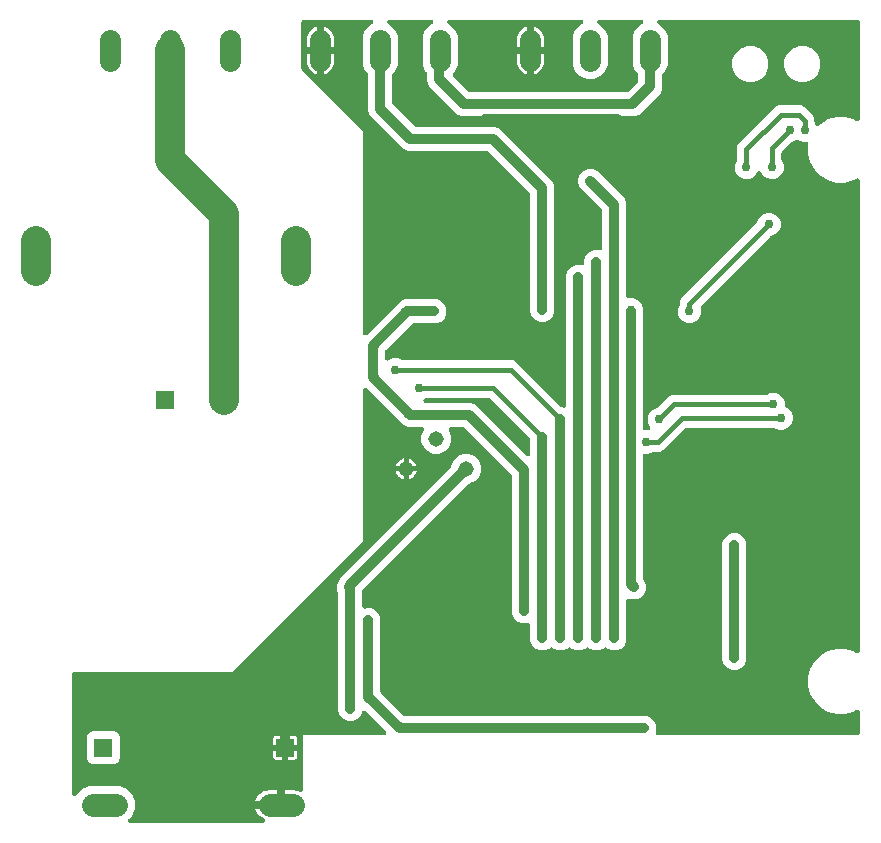
<source format=gbr>
G04 EAGLE Gerber RS-274X export*
G75*
%MOMM*%
%FSLAX34Y34*%
%LPD*%
%INBottom Copper*%
%IPPOS*%
%AMOC8*
5,1,8,0,0,1.08239X$1,22.5*%
G01*
%ADD10C,2.540000*%
%ADD11R,1.524000X1.524000*%
%ADD12C,1.981200*%
%ADD13C,1.790700*%
%ADD14C,1.308000*%
%ADD15C,0.756400*%
%ADD16C,0.812800*%
%ADD17C,0.406400*%

G36*
X228091Y10173D02*
X228091Y10173D01*
X228218Y10176D01*
X228291Y10193D01*
X228366Y10201D01*
X228487Y10238D01*
X228610Y10266D01*
X228679Y10297D01*
X228751Y10319D01*
X228862Y10379D01*
X228978Y10431D01*
X229039Y10475D01*
X229105Y10511D01*
X229202Y10591D01*
X229305Y10665D01*
X229357Y10720D01*
X229415Y10768D01*
X229494Y10867D01*
X229580Y10959D01*
X229620Y11023D01*
X229667Y11082D01*
X229725Y11194D01*
X229791Y11302D01*
X229818Y11372D01*
X229852Y11439D01*
X229887Y11561D01*
X229931Y11679D01*
X229943Y11754D01*
X229964Y11826D01*
X229974Y11952D01*
X229994Y12077D01*
X229991Y12152D01*
X229997Y12228D01*
X229982Y12353D01*
X229977Y12479D01*
X229959Y12553D01*
X229950Y12627D01*
X229911Y12747D01*
X229880Y12870D01*
X229848Y12938D01*
X229825Y13010D01*
X229763Y13120D01*
X229709Y13235D01*
X229664Y13295D01*
X229627Y13361D01*
X229544Y13456D01*
X229469Y13558D01*
X229413Y13608D01*
X229364Y13665D01*
X229264Y13743D01*
X229170Y13828D01*
X229095Y13874D01*
X229046Y13912D01*
X228980Y13945D01*
X228888Y14002D01*
X227410Y14755D01*
X225826Y15906D01*
X224440Y17292D01*
X223289Y18877D01*
X222399Y20622D01*
X221919Y22099D01*
X242570Y22099D01*
X242588Y22100D01*
X242605Y22099D01*
X242788Y22120D01*
X242970Y22139D01*
X242987Y22144D01*
X243005Y22146D01*
X243180Y22203D01*
X243355Y22257D01*
X243371Y22265D01*
X243388Y22271D01*
X243548Y22361D01*
X243709Y22448D01*
X243723Y22460D01*
X243739Y22469D01*
X243878Y22589D01*
X244019Y22706D01*
X244030Y22720D01*
X244043Y22732D01*
X244156Y22877D01*
X244271Y23020D01*
X244279Y23036D01*
X244290Y23050D01*
X244372Y23215D01*
X244456Y23377D01*
X244461Y23394D01*
X244469Y23410D01*
X244517Y23589D01*
X244568Y23764D01*
X244569Y23782D01*
X244574Y23799D01*
X244601Y24130D01*
X244601Y24639D01*
X245110Y24639D01*
X245128Y24641D01*
X245146Y24639D01*
X245328Y24661D01*
X245511Y24679D01*
X245528Y24684D01*
X245545Y24686D01*
X245720Y24743D01*
X245896Y24797D01*
X245911Y24805D01*
X245928Y24811D01*
X246088Y24901D01*
X246250Y24989D01*
X246263Y25000D01*
X246279Y25009D01*
X246418Y25129D01*
X246559Y25247D01*
X246570Y25260D01*
X246584Y25272D01*
X246696Y25417D01*
X246811Y25560D01*
X246819Y25576D01*
X246830Y25590D01*
X246912Y25755D01*
X246997Y25918D01*
X247002Y25935D01*
X247010Y25951D01*
X247057Y26129D01*
X247108Y26304D01*
X247110Y26322D01*
X247114Y26339D01*
X247141Y26670D01*
X247141Y37847D01*
X254726Y37847D01*
X256661Y37540D01*
X258524Y36935D01*
X259428Y36474D01*
X259515Y36440D01*
X259597Y36397D01*
X259702Y36367D01*
X259803Y36328D01*
X259895Y36312D01*
X259984Y36286D01*
X260093Y36277D01*
X260199Y36258D01*
X260293Y36261D01*
X260386Y36253D01*
X260493Y36266D01*
X260602Y36269D01*
X260693Y36289D01*
X260785Y36300D01*
X260889Y36334D01*
X260995Y36358D01*
X261080Y36396D01*
X261168Y36425D01*
X261263Y36478D01*
X261362Y36523D01*
X261438Y36577D01*
X261519Y36623D01*
X261601Y36694D01*
X261689Y36757D01*
X261753Y36825D01*
X261823Y36886D01*
X261890Y36972D01*
X261964Y37051D01*
X262013Y37130D01*
X262070Y37204D01*
X262119Y37301D01*
X262176Y37394D01*
X262208Y37481D01*
X262250Y37565D01*
X262278Y37669D01*
X262315Y37771D01*
X262330Y37863D01*
X262354Y37953D01*
X262365Y38087D01*
X262378Y38169D01*
X262376Y38219D01*
X262381Y38284D01*
X262381Y84329D01*
X330738Y84329D01*
X330747Y84330D01*
X330756Y84329D01*
X330949Y84350D01*
X331139Y84369D01*
X331147Y84371D01*
X331156Y84372D01*
X331339Y84430D01*
X331523Y84487D01*
X331531Y84491D01*
X331540Y84494D01*
X331708Y84586D01*
X331878Y84679D01*
X331884Y84684D01*
X331892Y84689D01*
X332039Y84813D01*
X332187Y84936D01*
X332192Y84943D01*
X332199Y84949D01*
X332319Y85101D01*
X332439Y85250D01*
X332443Y85258D01*
X332449Y85265D01*
X332537Y85438D01*
X332625Y85607D01*
X332627Y85616D01*
X332631Y85624D01*
X332683Y85810D01*
X332736Y85994D01*
X332737Y86003D01*
X332739Y86012D01*
X332753Y86203D01*
X332769Y86396D01*
X332768Y86404D01*
X332769Y86413D01*
X332744Y86605D01*
X332722Y86795D01*
X332719Y86804D01*
X332718Y86813D01*
X332657Y86996D01*
X332597Y87178D01*
X332593Y87186D01*
X332590Y87194D01*
X332494Y87361D01*
X332399Y87529D01*
X332393Y87536D01*
X332389Y87543D01*
X332174Y87796D01*
X315417Y104554D01*
X315407Y104562D01*
X315398Y104572D01*
X315251Y104689D01*
X315106Y104809D01*
X315094Y104815D01*
X315083Y104823D01*
X314915Y104909D01*
X314750Y104997D01*
X314737Y105001D01*
X314725Y105007D01*
X314544Y105058D01*
X314364Y105112D01*
X314351Y105113D01*
X314338Y105117D01*
X314152Y105131D01*
X313963Y105148D01*
X313949Y105147D01*
X313936Y105148D01*
X313752Y105125D01*
X313563Y105105D01*
X313550Y105101D01*
X313537Y105099D01*
X313358Y105040D01*
X313179Y104983D01*
X313167Y104977D01*
X313154Y104973D01*
X312990Y104879D01*
X312827Y104789D01*
X312816Y104780D01*
X312805Y104773D01*
X312663Y104650D01*
X312520Y104528D01*
X312511Y104518D01*
X312501Y104509D01*
X312387Y104360D01*
X312270Y104212D01*
X312264Y104200D01*
X312256Y104190D01*
X312104Y103895D01*
X310874Y100924D01*
X308016Y98066D01*
X304281Y96519D01*
X300239Y96519D01*
X296504Y98066D01*
X293646Y100924D01*
X292099Y104659D01*
X292099Y204059D01*
X292096Y204090D01*
X292098Y204121D01*
X292076Y204291D01*
X292059Y204459D01*
X292050Y204489D01*
X292046Y204520D01*
X291945Y204836D01*
X290829Y207529D01*
X290829Y211571D01*
X292376Y215306D01*
X292625Y215554D01*
X292645Y215579D01*
X292668Y215599D01*
X292772Y215734D01*
X292880Y215866D01*
X292895Y215893D01*
X292914Y215918D01*
X293065Y216213D01*
X293646Y217616D01*
X387168Y311138D01*
X387185Y311158D01*
X387206Y311176D01*
X387313Y311314D01*
X387423Y311449D01*
X387436Y311473D01*
X387452Y311494D01*
X387530Y311651D01*
X387612Y311805D01*
X387620Y311830D01*
X387632Y311855D01*
X387677Y312024D01*
X387727Y312191D01*
X387729Y312217D01*
X387736Y312243D01*
X387757Y312499D01*
X389687Y317158D01*
X393242Y320713D01*
X397886Y322637D01*
X402914Y322637D01*
X407558Y320713D01*
X411113Y317158D01*
X413037Y312514D01*
X413037Y307486D01*
X411113Y302842D01*
X407558Y299287D01*
X405514Y298440D01*
X405513Y298440D01*
X402908Y297361D01*
X402747Y297341D01*
X402573Y297323D01*
X402548Y297316D01*
X402521Y297312D01*
X402356Y297257D01*
X402189Y297205D01*
X402165Y297192D01*
X402140Y297184D01*
X401988Y297097D01*
X401835Y297013D01*
X401814Y296996D01*
X401791Y296983D01*
X401538Y296768D01*
X313016Y208246D01*
X312999Y208226D01*
X312978Y208208D01*
X312871Y208070D01*
X312761Y207935D01*
X312748Y207911D01*
X312732Y207890D01*
X312654Y207733D01*
X312572Y207579D01*
X312564Y207554D01*
X312552Y207529D01*
X312507Y207360D01*
X312457Y207193D01*
X312455Y207167D01*
X312448Y207141D01*
X312421Y206810D01*
X312421Y193544D01*
X312422Y193531D01*
X312421Y193517D01*
X312442Y193330D01*
X312461Y193143D01*
X312465Y193131D01*
X312466Y193117D01*
X312524Y192938D01*
X312579Y192758D01*
X312585Y192747D01*
X312589Y192734D01*
X312681Y192569D01*
X312771Y192404D01*
X312779Y192394D01*
X312786Y192382D01*
X312909Y192239D01*
X313028Y192095D01*
X313039Y192087D01*
X313047Y192077D01*
X313196Y191960D01*
X313342Y191843D01*
X313354Y191837D01*
X313365Y191828D01*
X313533Y191744D01*
X313699Y191657D01*
X313712Y191654D01*
X313724Y191648D01*
X313905Y191598D01*
X314086Y191546D01*
X314100Y191545D01*
X314113Y191541D01*
X314299Y191528D01*
X314488Y191513D01*
X314501Y191515D01*
X314514Y191514D01*
X314700Y191538D01*
X314887Y191560D01*
X314900Y191564D01*
X314913Y191566D01*
X315229Y191667D01*
X315479Y191771D01*
X319521Y191771D01*
X323256Y190224D01*
X326114Y187366D01*
X327661Y183631D01*
X327661Y121890D01*
X327663Y121864D01*
X327661Y121837D01*
X327683Y121663D01*
X327701Y121489D01*
X327708Y121464D01*
X327712Y121437D01*
X327767Y121272D01*
X327819Y121105D01*
X327832Y121081D01*
X327840Y121056D01*
X327927Y120904D01*
X328011Y120751D01*
X328028Y120730D01*
X328041Y120707D01*
X328256Y120454D01*
X347784Y100926D01*
X347804Y100909D01*
X347822Y100888D01*
X347960Y100781D01*
X348095Y100671D01*
X348119Y100658D01*
X348140Y100642D01*
X348297Y100564D01*
X348451Y100482D01*
X348476Y100474D01*
X348501Y100462D01*
X348670Y100417D01*
X348837Y100367D01*
X348863Y100365D01*
X348889Y100358D01*
X349220Y100331D01*
X553201Y100331D01*
X556936Y98784D01*
X559794Y95926D01*
X561341Y92191D01*
X561341Y88149D01*
X560922Y87137D01*
X560918Y87124D01*
X560912Y87113D01*
X560860Y86932D01*
X560805Y86752D01*
X560804Y86739D01*
X560800Y86726D01*
X560785Y86538D01*
X560767Y86351D01*
X560769Y86338D01*
X560767Y86324D01*
X560789Y86136D01*
X560809Y85951D01*
X560813Y85938D01*
X560814Y85925D01*
X560873Y85745D01*
X560929Y85566D01*
X560935Y85555D01*
X560939Y85542D01*
X561032Y85377D01*
X561122Y85213D01*
X561130Y85203D01*
X561137Y85191D01*
X561260Y85049D01*
X561381Y84905D01*
X561392Y84897D01*
X561400Y84887D01*
X561549Y84771D01*
X561696Y84654D01*
X561708Y84648D01*
X561718Y84640D01*
X561887Y84556D01*
X562054Y84470D01*
X562067Y84466D01*
X562079Y84460D01*
X562262Y84411D01*
X562441Y84360D01*
X562455Y84359D01*
X562468Y84356D01*
X562798Y84329D01*
X731520Y84329D01*
X731538Y84331D01*
X731556Y84329D01*
X731738Y84350D01*
X731921Y84369D01*
X731938Y84374D01*
X731955Y84376D01*
X732130Y84433D01*
X732306Y84487D01*
X732321Y84495D01*
X732338Y84501D01*
X732498Y84591D01*
X732660Y84679D01*
X732673Y84690D01*
X732689Y84699D01*
X732828Y84819D01*
X732969Y84936D01*
X732980Y84950D01*
X732994Y84962D01*
X733106Y85107D01*
X733221Y85250D01*
X733229Y85266D01*
X733240Y85280D01*
X733322Y85445D01*
X733407Y85607D01*
X733412Y85624D01*
X733420Y85641D01*
X733467Y85819D01*
X733518Y85994D01*
X733520Y86012D01*
X733524Y86029D01*
X733551Y86360D01*
X733551Y103809D01*
X733537Y103955D01*
X733530Y104101D01*
X733517Y104155D01*
X733511Y104210D01*
X733468Y104350D01*
X733433Y104491D01*
X733410Y104542D01*
X733393Y104595D01*
X733324Y104723D01*
X733261Y104855D01*
X733228Y104900D01*
X733201Y104949D01*
X733108Y105061D01*
X733021Y105178D01*
X732979Y105215D01*
X732944Y105258D01*
X732830Y105350D01*
X732721Y105447D01*
X732673Y105475D01*
X732630Y105510D01*
X732500Y105577D01*
X732374Y105652D01*
X732322Y105670D01*
X732273Y105696D01*
X732132Y105736D01*
X731994Y105784D01*
X731939Y105792D01*
X731886Y105807D01*
X731740Y105819D01*
X731595Y105839D01*
X731540Y105836D01*
X731484Y105840D01*
X731339Y105823D01*
X731193Y105814D01*
X731140Y105800D01*
X731085Y105793D01*
X730946Y105748D01*
X730804Y105710D01*
X730747Y105683D01*
X730702Y105668D01*
X730629Y105627D01*
X730504Y105568D01*
X728177Y104224D01*
X721142Y102339D01*
X713858Y102339D01*
X706823Y104224D01*
X700516Y107866D01*
X695366Y113016D01*
X691724Y119323D01*
X689839Y126358D01*
X689839Y133642D01*
X691724Y140677D01*
X695366Y146984D01*
X700516Y152134D01*
X706823Y155776D01*
X713858Y157661D01*
X721142Y157661D01*
X728177Y155776D01*
X730504Y154432D01*
X730638Y154371D01*
X730767Y154304D01*
X730821Y154289D01*
X730871Y154266D01*
X731014Y154233D01*
X731154Y154193D01*
X731210Y154188D01*
X731264Y154176D01*
X731410Y154172D01*
X731556Y154160D01*
X731611Y154166D01*
X731666Y154165D01*
X731811Y154190D01*
X731955Y154207D01*
X732008Y154224D01*
X732063Y154234D01*
X732199Y154286D01*
X732338Y154332D01*
X732387Y154359D01*
X732438Y154379D01*
X732562Y154458D01*
X732689Y154530D01*
X732731Y154566D01*
X732778Y154596D01*
X732883Y154697D01*
X732994Y154793D01*
X733028Y154837D01*
X733068Y154875D01*
X733151Y154995D01*
X733240Y155111D01*
X733265Y155160D01*
X733297Y155206D01*
X733355Y155341D01*
X733420Y155471D01*
X733434Y155525D01*
X733456Y155576D01*
X733486Y155719D01*
X733524Y155860D01*
X733529Y155923D01*
X733539Y155970D01*
X733540Y156054D01*
X733551Y156191D01*
X733551Y553809D01*
X733537Y553955D01*
X733530Y554101D01*
X733517Y554155D01*
X733511Y554210D01*
X733468Y554350D01*
X733433Y554491D01*
X733410Y554542D01*
X733393Y554595D01*
X733324Y554723D01*
X733261Y554855D01*
X733228Y554900D01*
X733201Y554949D01*
X733108Y555061D01*
X733021Y555178D01*
X732979Y555215D01*
X732944Y555258D01*
X732830Y555350D01*
X732721Y555447D01*
X732673Y555475D01*
X732630Y555510D01*
X732500Y555577D01*
X732374Y555652D01*
X732322Y555670D01*
X732273Y555696D01*
X732132Y555736D01*
X731994Y555784D01*
X731939Y555792D01*
X731886Y555807D01*
X731740Y555819D01*
X731595Y555839D01*
X731540Y555836D01*
X731484Y555840D01*
X731339Y555823D01*
X731193Y555814D01*
X731140Y555800D01*
X731085Y555793D01*
X730946Y555748D01*
X730804Y555710D01*
X730747Y555683D01*
X730702Y555668D01*
X730629Y555627D01*
X730504Y555568D01*
X728177Y554224D01*
X721142Y552339D01*
X713858Y552339D01*
X706823Y554224D01*
X700516Y557866D01*
X695366Y563016D01*
X691724Y569323D01*
X689839Y576358D01*
X689839Y583642D01*
X690060Y584464D01*
X690073Y584545D01*
X690096Y584624D01*
X690106Y584744D01*
X690125Y584862D01*
X690122Y584944D01*
X690129Y585026D01*
X690115Y585144D01*
X690110Y585264D01*
X690091Y585344D01*
X690082Y585425D01*
X690045Y585539D01*
X690017Y585656D01*
X689982Y585730D01*
X689957Y585808D01*
X689898Y585913D01*
X689848Y586021D01*
X689799Y586087D01*
X689759Y586159D01*
X689681Y586249D01*
X689610Y586346D01*
X689550Y586401D01*
X689496Y586464D01*
X689401Y586537D01*
X689313Y586618D01*
X689243Y586660D01*
X689178Y586710D01*
X689071Y586764D01*
X688968Y586825D01*
X688891Y586853D01*
X688817Y586890D01*
X688702Y586921D01*
X688589Y586961D01*
X688508Y586973D01*
X688428Y586994D01*
X688276Y587007D01*
X688191Y587019D01*
X688150Y587017D01*
X688098Y587021D01*
X685105Y587021D01*
X681497Y588516D01*
X681472Y588523D01*
X681448Y588535D01*
X681279Y588581D01*
X681112Y588632D01*
X681085Y588635D01*
X681059Y588642D01*
X680885Y588654D01*
X680711Y588670D01*
X680685Y588667D01*
X680658Y588669D01*
X680484Y588647D01*
X680311Y588629D01*
X680285Y588621D01*
X680259Y588617D01*
X679943Y588516D01*
X676114Y586930D01*
X676087Y586915D01*
X676057Y586905D01*
X675910Y586820D01*
X675759Y586740D01*
X675735Y586720D01*
X675708Y586704D01*
X675455Y586490D01*
X667854Y578888D01*
X667837Y578867D01*
X667816Y578850D01*
X667709Y578712D01*
X667599Y578576D01*
X667586Y578553D01*
X667570Y578532D01*
X667492Y578375D01*
X667410Y578221D01*
X667402Y578195D01*
X667390Y578171D01*
X667345Y578002D01*
X667295Y577835D01*
X667293Y577808D01*
X667286Y577782D01*
X667259Y577452D01*
X667259Y571744D01*
X667262Y571713D01*
X667260Y571682D01*
X667282Y571512D01*
X667299Y571343D01*
X667308Y571314D01*
X667312Y571282D01*
X667413Y570967D01*
X669009Y567115D01*
X669009Y563185D01*
X667505Y559554D01*
X664726Y556775D01*
X663842Y556409D01*
X661095Y555271D01*
X657165Y555271D01*
X653534Y556775D01*
X650755Y559554D01*
X650212Y560866D01*
X650207Y560874D01*
X650205Y560883D01*
X650113Y561051D01*
X650021Y561221D01*
X650016Y561228D01*
X650011Y561236D01*
X649889Y561382D01*
X649765Y561532D01*
X649758Y561537D01*
X649752Y561544D01*
X649603Y561663D01*
X649452Y561785D01*
X649444Y561790D01*
X649438Y561795D01*
X649267Y561883D01*
X649096Y561973D01*
X649087Y561975D01*
X649079Y561979D01*
X648896Y562031D01*
X648710Y562086D01*
X648700Y562086D01*
X648692Y562089D01*
X648501Y562104D01*
X648308Y562120D01*
X648299Y562119D01*
X648291Y562120D01*
X648101Y562097D01*
X647908Y562075D01*
X647900Y562072D01*
X647891Y562071D01*
X647708Y562011D01*
X647525Y561952D01*
X647517Y561948D01*
X647509Y561945D01*
X647341Y561849D01*
X647174Y561756D01*
X647167Y561750D01*
X647159Y561745D01*
X647014Y561619D01*
X646868Y561494D01*
X646862Y561487D01*
X646855Y561481D01*
X646738Y561328D01*
X646619Y561177D01*
X646615Y561169D01*
X646610Y561162D01*
X646458Y560866D01*
X645915Y559554D01*
X643136Y556775D01*
X642252Y556409D01*
X639505Y555271D01*
X635575Y555271D01*
X631944Y556775D01*
X629165Y559554D01*
X627661Y563185D01*
X627661Y567115D01*
X629257Y570967D01*
X629266Y570996D01*
X629280Y571024D01*
X629324Y571189D01*
X629373Y571352D01*
X629376Y571383D01*
X629384Y571413D01*
X629411Y571744D01*
X629411Y582007D01*
X630649Y584995D01*
X662145Y616491D01*
X665133Y617729D01*
X683607Y617729D01*
X686595Y616491D01*
X693961Y609125D01*
X695199Y606137D01*
X695199Y603494D01*
X695202Y603463D01*
X695200Y603432D01*
X695222Y603262D01*
X695239Y603093D01*
X695248Y603064D01*
X695252Y603033D01*
X695353Y602717D01*
X695873Y601463D01*
X695879Y601451D01*
X695883Y601438D01*
X695974Y601273D01*
X696063Y601108D01*
X696071Y601098D01*
X696078Y601086D01*
X696200Y600942D01*
X696319Y600798D01*
X696330Y600789D01*
X696338Y600779D01*
X696486Y600662D01*
X696632Y600544D01*
X696644Y600538D01*
X696654Y600529D01*
X696822Y600444D01*
X696988Y600357D01*
X697001Y600353D01*
X697013Y600347D01*
X697195Y600296D01*
X697375Y600244D01*
X697388Y600243D01*
X697401Y600239D01*
X697590Y600225D01*
X697776Y600209D01*
X697789Y600211D01*
X697803Y600210D01*
X697991Y600233D01*
X698176Y600254D01*
X698189Y600258D01*
X698202Y600260D01*
X698381Y600320D01*
X698559Y600377D01*
X698571Y600384D01*
X698584Y600388D01*
X698746Y600482D01*
X698911Y600574D01*
X698921Y600582D01*
X698933Y600589D01*
X699186Y600804D01*
X700516Y602134D01*
X706823Y605776D01*
X713858Y607661D01*
X721142Y607661D01*
X728177Y605776D01*
X730504Y604432D01*
X730638Y604371D01*
X730767Y604304D01*
X730821Y604289D01*
X730871Y604266D01*
X731014Y604233D01*
X731154Y604193D01*
X731210Y604188D01*
X731264Y604176D01*
X731410Y604172D01*
X731556Y604160D01*
X731611Y604166D01*
X731666Y604165D01*
X731811Y604190D01*
X731955Y604207D01*
X732008Y604224D01*
X732063Y604234D01*
X732199Y604286D01*
X732338Y604332D01*
X732387Y604359D01*
X732438Y604379D01*
X732562Y604458D01*
X732689Y604530D01*
X732731Y604566D01*
X732778Y604596D01*
X732883Y604697D01*
X732994Y604793D01*
X733028Y604837D01*
X733068Y604875D01*
X733151Y604995D01*
X733240Y605111D01*
X733265Y605160D01*
X733297Y605206D01*
X733355Y605341D01*
X733420Y605471D01*
X733434Y605525D01*
X733456Y605576D01*
X733486Y605719D01*
X733524Y605860D01*
X733529Y605923D01*
X733539Y605970D01*
X733540Y606054D01*
X733551Y606191D01*
X733551Y688340D01*
X733549Y688358D01*
X733551Y688376D01*
X733530Y688558D01*
X733511Y688741D01*
X733506Y688758D01*
X733504Y688775D01*
X733447Y688950D01*
X733393Y689126D01*
X733385Y689141D01*
X733379Y689158D01*
X733289Y689318D01*
X733201Y689480D01*
X733190Y689493D01*
X733181Y689509D01*
X733061Y689648D01*
X732944Y689789D01*
X732930Y689800D01*
X732918Y689814D01*
X732773Y689926D01*
X732630Y690041D01*
X732614Y690049D01*
X732600Y690060D01*
X732435Y690142D01*
X732273Y690227D01*
X732256Y690232D01*
X732240Y690240D01*
X732061Y690287D01*
X731886Y690338D01*
X731868Y690340D01*
X731851Y690344D01*
X731520Y690371D01*
X564257Y690371D01*
X564252Y690371D01*
X564248Y690371D01*
X564054Y690351D01*
X563856Y690331D01*
X563852Y690330D01*
X563847Y690330D01*
X563662Y690272D01*
X563471Y690213D01*
X563467Y690211D01*
X563463Y690210D01*
X563291Y690116D01*
X563117Y690021D01*
X563114Y690019D01*
X563110Y690016D01*
X562960Y689891D01*
X562808Y689764D01*
X562805Y689760D01*
X562802Y689757D01*
X562680Y689605D01*
X562556Y689450D01*
X562553Y689446D01*
X562551Y689443D01*
X562461Y689268D01*
X562370Y689093D01*
X562369Y689088D01*
X562367Y689084D01*
X562314Y688897D01*
X562259Y688706D01*
X562258Y688701D01*
X562257Y688697D01*
X562242Y688504D01*
X562226Y688304D01*
X562226Y688300D01*
X562226Y688296D01*
X562249Y688103D01*
X562273Y687905D01*
X562274Y687900D01*
X562275Y687896D01*
X562335Y687713D01*
X562398Y687522D01*
X562400Y687518D01*
X562401Y687514D01*
X562498Y687344D01*
X562595Y687171D01*
X562598Y687168D01*
X562601Y687164D01*
X562732Y687013D01*
X562859Y686867D01*
X562862Y686864D01*
X562865Y686860D01*
X563022Y686740D01*
X563177Y686620D01*
X563181Y686618D01*
X563184Y686615D01*
X563479Y686463D01*
X564785Y685922D01*
X569019Y681689D01*
X571310Y676157D01*
X571310Y652263D01*
X569019Y646731D01*
X567016Y644728D01*
X566999Y644707D01*
X566978Y644690D01*
X566871Y644552D01*
X566761Y644416D01*
X566748Y644393D01*
X566732Y644372D01*
X566654Y644215D01*
X566572Y644061D01*
X566564Y644035D01*
X566552Y644011D01*
X566507Y643842D01*
X566457Y643675D01*
X566455Y643648D01*
X566448Y643622D01*
X566421Y643292D01*
X566421Y631709D01*
X564874Y627974D01*
X546776Y609876D01*
X543041Y608329D01*
X396759Y608329D01*
X393024Y609876D01*
X368576Y634324D01*
X367029Y638059D01*
X367029Y644562D01*
X367027Y644588D01*
X367029Y644615D01*
X367007Y644789D01*
X366989Y644962D01*
X366982Y644988D01*
X366978Y645014D01*
X366923Y645180D01*
X366871Y645347D01*
X366858Y645371D01*
X366850Y645396D01*
X366763Y645548D01*
X366679Y645701D01*
X366662Y645722D01*
X366649Y645745D01*
X366434Y645998D01*
X365701Y646731D01*
X363410Y652263D01*
X363410Y676157D01*
X365701Y681689D01*
X369935Y685922D01*
X371241Y686463D01*
X371244Y686465D01*
X371249Y686467D01*
X371424Y686562D01*
X371595Y686654D01*
X371599Y686656D01*
X371603Y686659D01*
X371754Y686785D01*
X371906Y686910D01*
X371909Y686914D01*
X371912Y686916D01*
X372035Y687069D01*
X372160Y687223D01*
X372162Y687227D01*
X372164Y687230D01*
X372254Y687402D01*
X372347Y687579D01*
X372348Y687584D01*
X372350Y687587D01*
X372404Y687774D01*
X372460Y687966D01*
X372460Y687970D01*
X372461Y687974D01*
X372478Y688172D01*
X372494Y688367D01*
X372494Y688371D01*
X372494Y688376D01*
X372471Y688571D01*
X372449Y688767D01*
X372448Y688771D01*
X372447Y688775D01*
X372386Y688962D01*
X372326Y689150D01*
X372324Y689154D01*
X372322Y689158D01*
X372226Y689329D01*
X372130Y689502D01*
X372127Y689505D01*
X372125Y689509D01*
X371996Y689658D01*
X371868Y689807D01*
X371864Y689810D01*
X371861Y689814D01*
X371707Y689933D01*
X371551Y690056D01*
X371547Y690058D01*
X371543Y690060D01*
X371367Y690148D01*
X371191Y690236D01*
X371187Y690238D01*
X371183Y690240D01*
X370990Y690291D01*
X370803Y690343D01*
X370798Y690343D01*
X370794Y690344D01*
X370463Y690371D01*
X335657Y690371D01*
X335652Y690371D01*
X335648Y690371D01*
X335454Y690351D01*
X335256Y690331D01*
X335252Y690330D01*
X335247Y690330D01*
X335062Y690272D01*
X334871Y690213D01*
X334867Y690211D01*
X334863Y690210D01*
X334691Y690116D01*
X334517Y690021D01*
X334514Y690019D01*
X334510Y690016D01*
X334358Y689889D01*
X334208Y689764D01*
X334205Y689760D01*
X334202Y689757D01*
X334079Y689603D01*
X333956Y689450D01*
X333954Y689446D01*
X333951Y689443D01*
X333860Y689267D01*
X333770Y689093D01*
X333769Y689088D01*
X333767Y689084D01*
X333713Y688896D01*
X333659Y688706D01*
X333658Y688701D01*
X333657Y688697D01*
X333642Y688504D01*
X333626Y688304D01*
X333626Y688300D01*
X333626Y688296D01*
X333649Y688103D01*
X333673Y687905D01*
X333674Y687900D01*
X333675Y687896D01*
X333737Y687709D01*
X333798Y687522D01*
X333800Y687518D01*
X333801Y687514D01*
X333899Y687342D01*
X333995Y687171D01*
X333998Y687168D01*
X334001Y687164D01*
X334130Y687015D01*
X334259Y686867D01*
X334262Y686864D01*
X334265Y686860D01*
X334423Y686739D01*
X334577Y686620D01*
X334581Y686618D01*
X334584Y686615D01*
X334879Y686463D01*
X336185Y685922D01*
X340419Y681689D01*
X342710Y676157D01*
X342710Y652263D01*
X340419Y646731D01*
X338416Y644728D01*
X338399Y644707D01*
X338378Y644690D01*
X338271Y644552D01*
X338161Y644416D01*
X338148Y644393D01*
X338132Y644372D01*
X338054Y644215D01*
X337972Y644061D01*
X337964Y644035D01*
X337952Y644011D01*
X337907Y643842D01*
X337857Y643675D01*
X337855Y643648D01*
X337848Y643622D01*
X337821Y643292D01*
X337821Y619730D01*
X337823Y619704D01*
X337821Y619677D01*
X337843Y619503D01*
X337861Y619329D01*
X337868Y619304D01*
X337872Y619277D01*
X337927Y619112D01*
X337979Y618945D01*
X337992Y618921D01*
X338000Y618896D01*
X338087Y618744D01*
X338171Y618591D01*
X338188Y618570D01*
X338201Y618547D01*
X338416Y618294D01*
X356674Y600036D01*
X356694Y600019D01*
X356712Y599998D01*
X356850Y599891D01*
X356985Y599781D01*
X357009Y599768D01*
X357030Y599752D01*
X357187Y599674D01*
X357341Y599592D01*
X357366Y599584D01*
X357391Y599572D01*
X357560Y599527D01*
X357727Y599477D01*
X357753Y599475D01*
X357779Y599468D01*
X358110Y599441D01*
X424931Y599441D01*
X428666Y597894D01*
X431810Y594750D01*
X470290Y556270D01*
X470290Y556269D01*
X473434Y553126D01*
X474981Y549391D01*
X474981Y442479D01*
X473434Y438744D01*
X470576Y435886D01*
X466841Y434339D01*
X462799Y434339D01*
X459064Y435886D01*
X456206Y438744D01*
X454659Y442479D01*
X454659Y542320D01*
X454657Y542347D01*
X454659Y542373D01*
X454637Y542547D01*
X454619Y542721D01*
X454612Y542746D01*
X454608Y542773D01*
X454553Y542938D01*
X454501Y543105D01*
X454488Y543129D01*
X454480Y543154D01*
X454393Y543306D01*
X454309Y543460D01*
X454292Y543480D01*
X454279Y543503D01*
X454064Y543756D01*
X419296Y578524D01*
X419276Y578541D01*
X419258Y578562D01*
X419120Y578669D01*
X418985Y578779D01*
X418961Y578792D01*
X418940Y578808D01*
X418783Y578886D01*
X418629Y578968D01*
X418604Y578976D01*
X418579Y578988D01*
X418410Y579033D01*
X418243Y579083D01*
X418217Y579085D01*
X418191Y579092D01*
X417860Y579119D01*
X351039Y579119D01*
X347304Y580666D01*
X319046Y608924D01*
X317499Y612659D01*
X317499Y643292D01*
X317497Y643318D01*
X317499Y643345D01*
X317477Y643519D01*
X317459Y643692D01*
X317452Y643718D01*
X317448Y643744D01*
X317393Y643910D01*
X317341Y644077D01*
X317328Y644101D01*
X317320Y644126D01*
X317233Y644278D01*
X317149Y644431D01*
X317132Y644452D01*
X317119Y644475D01*
X316904Y644728D01*
X314901Y646731D01*
X312610Y652263D01*
X312610Y676157D01*
X314901Y681689D01*
X319135Y685922D01*
X320441Y686463D01*
X320444Y686465D01*
X320449Y686467D01*
X320624Y686562D01*
X320795Y686654D01*
X320799Y686656D01*
X320803Y686659D01*
X320954Y686785D01*
X321106Y686910D01*
X321109Y686914D01*
X321112Y686916D01*
X321235Y687069D01*
X321360Y687223D01*
X321362Y687227D01*
X321364Y687230D01*
X321454Y687402D01*
X321547Y687579D01*
X321548Y687584D01*
X321550Y687587D01*
X321604Y687774D01*
X321660Y687966D01*
X321660Y687970D01*
X321661Y687974D01*
X321678Y688172D01*
X321694Y688367D01*
X321694Y688371D01*
X321694Y688376D01*
X321671Y688571D01*
X321649Y688767D01*
X321648Y688771D01*
X321647Y688775D01*
X321586Y688962D01*
X321526Y689150D01*
X321524Y689154D01*
X321522Y689158D01*
X321426Y689329D01*
X321330Y689502D01*
X321327Y689505D01*
X321325Y689509D01*
X321196Y689658D01*
X321068Y689807D01*
X321064Y689810D01*
X321061Y689814D01*
X320907Y689933D01*
X320751Y690056D01*
X320747Y690058D01*
X320743Y690060D01*
X320567Y690148D01*
X320391Y690236D01*
X320387Y690238D01*
X320383Y690240D01*
X320190Y690291D01*
X320003Y690343D01*
X319998Y690343D01*
X319994Y690344D01*
X319663Y690371D01*
X262890Y690371D01*
X262872Y690369D01*
X262854Y690371D01*
X262672Y690350D01*
X262489Y690331D01*
X262472Y690326D01*
X262455Y690324D01*
X262280Y690267D01*
X262104Y690213D01*
X262089Y690205D01*
X262072Y690199D01*
X261912Y690109D01*
X261750Y690021D01*
X261737Y690010D01*
X261721Y690001D01*
X261582Y689881D01*
X261441Y689764D01*
X261430Y689750D01*
X261417Y689738D01*
X261304Y689593D01*
X261189Y689450D01*
X261181Y689434D01*
X261170Y689420D01*
X261088Y689255D01*
X261003Y689093D01*
X260998Y689076D01*
X260990Y689060D01*
X260943Y688881D01*
X260892Y688706D01*
X260890Y688688D01*
X260886Y688671D01*
X260859Y688340D01*
X260859Y648970D01*
X260861Y648943D01*
X260859Y648917D01*
X260881Y648743D01*
X260899Y648569D01*
X260907Y648544D01*
X260910Y648517D01*
X260966Y648352D01*
X261017Y648184D01*
X261030Y648161D01*
X261038Y648136D01*
X261125Y647984D01*
X261209Y647830D01*
X261226Y647810D01*
X261239Y647787D01*
X261454Y647534D01*
X312929Y596059D01*
X312929Y424912D01*
X312930Y424903D01*
X312929Y424894D01*
X312950Y424701D01*
X312969Y424511D01*
X312971Y424503D01*
X312972Y424494D01*
X313031Y424309D01*
X313087Y424127D01*
X313091Y424119D01*
X313094Y424110D01*
X313187Y423942D01*
X313279Y423772D01*
X313284Y423766D01*
X313289Y423758D01*
X313413Y423611D01*
X313536Y423463D01*
X313543Y423458D01*
X313549Y423451D01*
X313701Y423331D01*
X313850Y423211D01*
X313858Y423207D01*
X313865Y423201D01*
X314038Y423113D01*
X314207Y423025D01*
X314216Y423023D01*
X314224Y423019D01*
X314410Y422967D01*
X314594Y422914D01*
X314603Y422913D01*
X314612Y422911D01*
X314805Y422897D01*
X314996Y422881D01*
X315004Y422882D01*
X315013Y422881D01*
X315206Y422906D01*
X315395Y422928D01*
X315404Y422931D01*
X315413Y422932D01*
X315595Y422993D01*
X315778Y423053D01*
X315786Y423057D01*
X315794Y423060D01*
X315961Y423156D01*
X316129Y423251D01*
X316136Y423257D01*
X316143Y423261D01*
X316396Y423476D01*
X344764Y451844D01*
X348499Y453391D01*
X375401Y453391D01*
X379136Y451844D01*
X381994Y448986D01*
X383541Y445251D01*
X383541Y441209D01*
X381994Y437474D01*
X379136Y434616D01*
X375401Y433069D01*
X355570Y433069D01*
X355544Y433067D01*
X355517Y433069D01*
X355343Y433047D01*
X355169Y433029D01*
X355144Y433022D01*
X355117Y433018D01*
X354952Y432963D01*
X354785Y432911D01*
X354761Y432898D01*
X354736Y432890D01*
X354584Y432803D01*
X354431Y432719D01*
X354410Y432702D01*
X354387Y432689D01*
X354134Y432474D01*
X332066Y410406D01*
X332049Y410386D01*
X332028Y410368D01*
X331921Y410230D01*
X331811Y410095D01*
X331798Y410071D01*
X331782Y410050D01*
X331704Y409893D01*
X331622Y409739D01*
X331614Y409714D01*
X331602Y409689D01*
X331557Y409520D01*
X331507Y409353D01*
X331505Y409327D01*
X331498Y409301D01*
X331471Y408970D01*
X331471Y403685D01*
X331472Y403676D01*
X331471Y403667D01*
X331492Y403476D01*
X331511Y403285D01*
X331513Y403276D01*
X331514Y403267D01*
X331573Y403083D01*
X331629Y402900D01*
X331633Y402892D01*
X331636Y402883D01*
X331729Y402714D01*
X331821Y402546D01*
X331826Y402539D01*
X331831Y402531D01*
X331956Y402383D01*
X332078Y402236D01*
X332085Y402231D01*
X332091Y402224D01*
X332243Y402104D01*
X332392Y401984D01*
X332400Y401980D01*
X332407Y401974D01*
X332579Y401887D01*
X332749Y401799D01*
X332758Y401796D01*
X332766Y401792D01*
X332951Y401741D01*
X333136Y401687D01*
X333145Y401686D01*
X333154Y401684D01*
X333344Y401670D01*
X333538Y401654D01*
X333547Y401655D01*
X333556Y401655D01*
X333747Y401679D01*
X333937Y401701D01*
X333946Y401704D01*
X333955Y401705D01*
X334138Y401767D01*
X334320Y401826D01*
X334328Y401830D01*
X334337Y401833D01*
X334503Y401929D01*
X334671Y402024D01*
X334678Y402030D01*
X334686Y402034D01*
X334703Y402050D01*
X338395Y403579D01*
X342325Y403579D01*
X346177Y401983D01*
X346206Y401974D01*
X346234Y401960D01*
X346399Y401916D01*
X346562Y401867D01*
X346593Y401864D01*
X346623Y401856D01*
X346954Y401829D01*
X439767Y401829D01*
X442755Y400591D01*
X480800Y362546D01*
X480821Y362529D01*
X480838Y362508D01*
X480976Y362401D01*
X481112Y362291D01*
X481135Y362278D01*
X481156Y362262D01*
X481313Y362184D01*
X481467Y362102D01*
X481493Y362094D01*
X481517Y362082D01*
X481686Y362037D01*
X481853Y361987D01*
X481880Y361985D01*
X481906Y361978D01*
X482043Y361967D01*
X482331Y361847D01*
X482344Y361843D01*
X482355Y361837D01*
X482536Y361785D01*
X482716Y361731D01*
X482729Y361730D01*
X482742Y361726D01*
X482931Y361710D01*
X483117Y361693D01*
X483130Y361694D01*
X483144Y361693D01*
X483330Y361715D01*
X483517Y361734D01*
X483530Y361738D01*
X483543Y361740D01*
X483722Y361798D01*
X483902Y361854D01*
X483913Y361861D01*
X483926Y361865D01*
X484090Y361957D01*
X484255Y362047D01*
X484265Y362056D01*
X484277Y362063D01*
X484419Y362185D01*
X484563Y362307D01*
X484571Y362317D01*
X484582Y362326D01*
X484697Y362474D01*
X484814Y362621D01*
X484820Y362633D01*
X484828Y362644D01*
X484912Y362813D01*
X484998Y362980D01*
X485002Y362992D01*
X485008Y363004D01*
X485057Y363187D01*
X485108Y363367D01*
X485109Y363380D01*
X485112Y363393D01*
X485139Y363724D01*
X485139Y474461D01*
X486686Y478196D01*
X489544Y481054D01*
X493279Y482601D01*
X497321Y482601D01*
X497571Y482497D01*
X497584Y482493D01*
X497595Y482487D01*
X497776Y482435D01*
X497956Y482381D01*
X497969Y482380D01*
X497982Y482376D01*
X498171Y482360D01*
X498357Y482343D01*
X498370Y482344D01*
X498384Y482343D01*
X498570Y482365D01*
X498757Y482384D01*
X498770Y482388D01*
X498783Y482390D01*
X498962Y482448D01*
X499142Y482504D01*
X499153Y482511D01*
X499166Y482515D01*
X499330Y482607D01*
X499495Y482697D01*
X499505Y482706D01*
X499517Y482713D01*
X499659Y482835D01*
X499803Y482957D01*
X499811Y482967D01*
X499822Y482976D01*
X499937Y483124D01*
X500054Y483271D01*
X500060Y483283D01*
X500068Y483294D01*
X500152Y483463D01*
X500238Y483630D01*
X500242Y483642D01*
X500248Y483654D01*
X500297Y483837D01*
X500348Y484017D01*
X500349Y484030D01*
X500352Y484043D01*
X500379Y484374D01*
X500379Y487161D01*
X501926Y490896D01*
X504784Y493754D01*
X508519Y495301D01*
X512561Y495301D01*
X512811Y495197D01*
X512824Y495193D01*
X512835Y495187D01*
X513016Y495135D01*
X513196Y495081D01*
X513209Y495080D01*
X513222Y495076D01*
X513411Y495060D01*
X513597Y495043D01*
X513610Y495044D01*
X513624Y495043D01*
X513810Y495065D01*
X513997Y495084D01*
X514010Y495088D01*
X514023Y495090D01*
X514202Y495148D01*
X514382Y495204D01*
X514393Y495211D01*
X514406Y495215D01*
X514570Y495307D01*
X514735Y495397D01*
X514745Y495406D01*
X514757Y495413D01*
X514899Y495535D01*
X515043Y495657D01*
X515051Y495667D01*
X515062Y495676D01*
X515177Y495824D01*
X515294Y495971D01*
X515300Y495983D01*
X515308Y495994D01*
X515392Y496163D01*
X515478Y496330D01*
X515482Y496342D01*
X515488Y496354D01*
X515537Y496537D01*
X515588Y496717D01*
X515589Y496730D01*
X515592Y496743D01*
X515619Y497074D01*
X515619Y528350D01*
X515617Y528376D01*
X515619Y528403D01*
X515597Y528577D01*
X515579Y528751D01*
X515572Y528776D01*
X515568Y528803D01*
X515513Y528968D01*
X515461Y529135D01*
X515448Y529159D01*
X515440Y529184D01*
X515353Y529336D01*
X515269Y529489D01*
X515252Y529510D01*
X515239Y529533D01*
X515024Y529786D01*
X496846Y547964D01*
X495299Y551699D01*
X495299Y555741D01*
X496846Y559476D01*
X499704Y562334D01*
X503439Y563881D01*
X507481Y563881D01*
X511216Y562334D01*
X534394Y539156D01*
X535941Y535421D01*
X535941Y456410D01*
X535943Y456392D01*
X535941Y456374D01*
X535962Y456192D01*
X535981Y456009D01*
X535986Y455992D01*
X535988Y455975D01*
X536045Y455800D01*
X536099Y455624D01*
X536107Y455609D01*
X536113Y455592D01*
X536203Y455432D01*
X536291Y455270D01*
X536302Y455257D01*
X536311Y455241D01*
X536431Y455102D01*
X536548Y454961D01*
X536562Y454950D01*
X536574Y454936D01*
X536719Y454824D01*
X536862Y454709D01*
X536878Y454701D01*
X536892Y454690D01*
X537057Y454608D01*
X537219Y454523D01*
X537236Y454518D01*
X537252Y454510D01*
X537431Y454463D01*
X537606Y454412D01*
X537624Y454410D01*
X537641Y454406D01*
X537972Y454379D01*
X541715Y454379D01*
X545346Y452875D01*
X548125Y450096D01*
X549629Y446465D01*
X549629Y446336D01*
X549632Y446305D01*
X549630Y446274D01*
X549652Y446105D01*
X549669Y445935D01*
X549678Y445905D01*
X549682Y445874D01*
X549783Y445559D01*
X549911Y445251D01*
X549911Y344650D01*
X549913Y344632D01*
X549911Y344614D01*
X549932Y344432D01*
X549951Y344249D01*
X549956Y344232D01*
X549958Y344215D01*
X550015Y344040D01*
X550069Y343864D01*
X550077Y343849D01*
X550083Y343832D01*
X550173Y343672D01*
X550261Y343510D01*
X550272Y343497D01*
X550281Y343481D01*
X550401Y343342D01*
X550518Y343201D01*
X550532Y343190D01*
X550544Y343176D01*
X550689Y343064D01*
X550832Y342949D01*
X550848Y342941D01*
X550862Y342930D01*
X551027Y342848D01*
X551189Y342763D01*
X551206Y342758D01*
X551222Y342750D01*
X551401Y342703D01*
X551576Y342652D01*
X551594Y342650D01*
X551611Y342646D01*
X551942Y342619D01*
X554177Y342619D01*
X554186Y342620D01*
X554195Y342619D01*
X554385Y342640D01*
X554577Y342659D01*
X554586Y342661D01*
X554595Y342662D01*
X554779Y342721D01*
X554962Y342777D01*
X554970Y342781D01*
X554979Y342784D01*
X555149Y342878D01*
X555316Y342969D01*
X555323Y342974D01*
X555331Y342979D01*
X555479Y343104D01*
X555626Y343226D01*
X555631Y343233D01*
X555638Y343239D01*
X555757Y343390D01*
X555878Y343540D01*
X555882Y343548D01*
X555888Y343555D01*
X555975Y343728D01*
X556063Y343897D01*
X556066Y343906D01*
X556070Y343914D01*
X556122Y344100D01*
X556175Y344284D01*
X556176Y344293D01*
X556178Y344302D01*
X556192Y344494D01*
X556208Y344686D01*
X556207Y344694D01*
X556207Y344703D01*
X556183Y344893D01*
X556161Y345085D01*
X556158Y345094D01*
X556157Y345103D01*
X556096Y345284D01*
X556036Y345468D01*
X556032Y345476D01*
X556029Y345484D01*
X555933Y345650D01*
X555838Y345819D01*
X555832Y345826D01*
X555828Y345833D01*
X555613Y346086D01*
X555505Y346194D01*
X554001Y349825D01*
X554001Y353755D01*
X555505Y357386D01*
X558284Y360165D01*
X562051Y361725D01*
X562136Y361760D01*
X562163Y361775D01*
X562193Y361785D01*
X562340Y361870D01*
X562491Y361950D01*
X562515Y361970D01*
X562542Y361986D01*
X562795Y362200D01*
X571975Y371381D01*
X574963Y372619D01*
X653806Y372619D01*
X653837Y372622D01*
X653868Y372620D01*
X654038Y372642D01*
X654207Y372659D01*
X654236Y372668D01*
X654268Y372672D01*
X654583Y372773D01*
X657334Y373912D01*
X657334Y373913D01*
X658435Y374369D01*
X662365Y374369D01*
X665996Y372865D01*
X668775Y370086D01*
X670279Y366455D01*
X670279Y363648D01*
X670281Y363626D01*
X670279Y363604D01*
X670301Y363426D01*
X670319Y363248D01*
X670325Y363226D01*
X670328Y363204D01*
X670384Y363034D01*
X670437Y362863D01*
X670447Y362843D01*
X670454Y362822D01*
X670543Y362666D01*
X670629Y362509D01*
X670643Y362492D01*
X670654Y362472D01*
X670772Y362337D01*
X670886Y362199D01*
X670904Y362185D01*
X670918Y362169D01*
X671061Y362059D01*
X671200Y361947D01*
X671220Y361937D01*
X671238Y361923D01*
X671533Y361772D01*
X672346Y361435D01*
X675125Y358656D01*
X676629Y355025D01*
X676629Y351095D01*
X675125Y347464D01*
X672346Y344685D01*
X668715Y343181D01*
X664785Y343181D01*
X660933Y344777D01*
X660904Y344786D01*
X660876Y344800D01*
X660711Y344844D01*
X660548Y344893D01*
X660517Y344896D01*
X660487Y344904D01*
X660156Y344931D01*
X587138Y344931D01*
X587112Y344929D01*
X587085Y344931D01*
X586911Y344909D01*
X586738Y344891D01*
X586712Y344884D01*
X586686Y344880D01*
X586520Y344825D01*
X586353Y344773D01*
X586329Y344760D01*
X586304Y344752D01*
X586152Y344665D01*
X585999Y344581D01*
X585978Y344564D01*
X585955Y344551D01*
X585702Y344336D01*
X567215Y325849D01*
X564227Y324611D01*
X559044Y324611D01*
X559013Y324608D01*
X558982Y324610D01*
X558812Y324588D01*
X558643Y324571D01*
X558614Y324562D01*
X558582Y324558D01*
X558267Y324457D01*
X554415Y322861D01*
X551942Y322861D01*
X551924Y322859D01*
X551906Y322861D01*
X551724Y322840D01*
X551541Y322821D01*
X551524Y322816D01*
X551507Y322814D01*
X551332Y322757D01*
X551156Y322703D01*
X551141Y322695D01*
X551124Y322689D01*
X550964Y322599D01*
X550802Y322511D01*
X550789Y322500D01*
X550773Y322491D01*
X550634Y322371D01*
X550493Y322254D01*
X550482Y322240D01*
X550468Y322228D01*
X550356Y322083D01*
X550241Y321940D01*
X550233Y321924D01*
X550222Y321910D01*
X550140Y321745D01*
X550055Y321583D01*
X550050Y321566D01*
X550042Y321550D01*
X549995Y321371D01*
X549944Y321196D01*
X549942Y321178D01*
X549938Y321161D01*
X549911Y320830D01*
X549911Y217140D01*
X549913Y217114D01*
X549911Y217087D01*
X549933Y216913D01*
X549951Y216739D01*
X549958Y216714D01*
X549962Y216687D01*
X550017Y216522D01*
X550069Y216355D01*
X550082Y216331D01*
X550090Y216306D01*
X550177Y216154D01*
X550261Y216001D01*
X550278Y215980D01*
X550291Y215957D01*
X550506Y215704D01*
X550904Y215306D01*
X552451Y211571D01*
X552451Y207529D01*
X550904Y203794D01*
X548046Y200936D01*
X544311Y199389D01*
X540269Y199389D01*
X538749Y200019D01*
X538736Y200023D01*
X538725Y200029D01*
X538544Y200081D01*
X538364Y200135D01*
X538351Y200136D01*
X538338Y200140D01*
X538149Y200156D01*
X537963Y200173D01*
X537950Y200172D01*
X537936Y200173D01*
X537750Y200151D01*
X537563Y200132D01*
X537550Y200128D01*
X537537Y200126D01*
X537359Y200068D01*
X537178Y200012D01*
X537167Y200005D01*
X537154Y200001D01*
X536990Y199909D01*
X536825Y199819D01*
X536815Y199810D01*
X536803Y199803D01*
X536661Y199681D01*
X536517Y199559D01*
X536509Y199549D01*
X536498Y199540D01*
X536384Y199392D01*
X536266Y199245D01*
X536260Y199233D01*
X536252Y199222D01*
X536168Y199054D01*
X536082Y198887D01*
X536078Y198874D01*
X536072Y198862D01*
X536023Y198679D01*
X535972Y198499D01*
X535971Y198486D01*
X535968Y198473D01*
X535941Y198142D01*
X535941Y164349D01*
X534394Y160614D01*
X531536Y157756D01*
X527801Y156209D01*
X523759Y156209D01*
X520024Y157756D01*
X519596Y158184D01*
X519583Y158196D01*
X519571Y158209D01*
X519427Y158323D01*
X519285Y158439D01*
X519269Y158448D01*
X519255Y158459D01*
X519092Y158542D01*
X518929Y158628D01*
X518912Y158633D01*
X518896Y158641D01*
X518720Y158690D01*
X518543Y158743D01*
X518525Y158744D01*
X518508Y158749D01*
X518325Y158763D01*
X518142Y158779D01*
X518125Y158777D01*
X518107Y158779D01*
X517925Y158756D01*
X517742Y158736D01*
X517725Y158730D01*
X517707Y158728D01*
X517533Y158670D01*
X517358Y158614D01*
X517343Y158606D01*
X517326Y158600D01*
X517166Y158508D01*
X517006Y158419D01*
X516992Y158408D01*
X516977Y158399D01*
X516724Y158184D01*
X516296Y157756D01*
X512561Y156209D01*
X508519Y156209D01*
X504784Y157756D01*
X504356Y158184D01*
X504342Y158196D01*
X504331Y158209D01*
X504187Y158323D01*
X504045Y158439D01*
X504029Y158448D01*
X504015Y158459D01*
X503851Y158542D01*
X503689Y158628D01*
X503672Y158633D01*
X503656Y158641D01*
X503479Y158690D01*
X503303Y158743D01*
X503285Y158744D01*
X503268Y158749D01*
X503085Y158763D01*
X502902Y158779D01*
X502884Y158777D01*
X502867Y158779D01*
X502685Y158756D01*
X502502Y158736D01*
X502485Y158730D01*
X502467Y158728D01*
X502294Y158670D01*
X502118Y158614D01*
X502102Y158606D01*
X502086Y158600D01*
X501926Y158508D01*
X501766Y158419D01*
X501752Y158408D01*
X501737Y158399D01*
X501484Y158184D01*
X501056Y157756D01*
X497321Y156209D01*
X493279Y156209D01*
X489544Y157756D01*
X489116Y158184D01*
X489103Y158196D01*
X489091Y158209D01*
X488947Y158323D01*
X488805Y158439D01*
X488789Y158448D01*
X488775Y158459D01*
X488612Y158542D01*
X488449Y158628D01*
X488432Y158633D01*
X488416Y158641D01*
X488240Y158690D01*
X488063Y158743D01*
X488045Y158744D01*
X488028Y158749D01*
X487845Y158763D01*
X487662Y158779D01*
X487645Y158777D01*
X487627Y158779D01*
X487445Y158756D01*
X487262Y158736D01*
X487245Y158730D01*
X487227Y158728D01*
X487053Y158670D01*
X486878Y158614D01*
X486863Y158606D01*
X486846Y158600D01*
X486686Y158508D01*
X486526Y158419D01*
X486512Y158408D01*
X486497Y158399D01*
X486244Y158184D01*
X485816Y157756D01*
X482081Y156209D01*
X478039Y156209D01*
X474304Y157756D01*
X473876Y158184D01*
X473862Y158196D01*
X473851Y158209D01*
X473707Y158323D01*
X473565Y158439D01*
X473549Y158448D01*
X473535Y158459D01*
X473371Y158542D01*
X473209Y158628D01*
X473192Y158633D01*
X473176Y158641D01*
X472999Y158690D01*
X472823Y158743D01*
X472805Y158744D01*
X472788Y158749D01*
X472605Y158763D01*
X472422Y158779D01*
X472404Y158777D01*
X472387Y158779D01*
X472205Y158756D01*
X472022Y158736D01*
X472005Y158730D01*
X471987Y158728D01*
X471814Y158670D01*
X471638Y158614D01*
X471622Y158606D01*
X471606Y158600D01*
X471446Y158508D01*
X471286Y158419D01*
X471272Y158408D01*
X471257Y158399D01*
X471004Y158184D01*
X470576Y157756D01*
X466841Y156209D01*
X462799Y156209D01*
X459064Y157756D01*
X456206Y160614D01*
X454659Y164349D01*
X454659Y177296D01*
X454658Y177309D01*
X454659Y177323D01*
X454638Y177510D01*
X454619Y177697D01*
X454615Y177709D01*
X454614Y177723D01*
X454556Y177902D01*
X454501Y178082D01*
X454495Y178093D01*
X454491Y178106D01*
X454399Y178271D01*
X454309Y178436D01*
X454301Y178446D01*
X454294Y178458D01*
X454171Y178601D01*
X454052Y178745D01*
X454041Y178753D01*
X454033Y178763D01*
X453884Y178880D01*
X453738Y178997D01*
X453726Y179003D01*
X453715Y179012D01*
X453547Y179096D01*
X453381Y179183D01*
X453368Y179186D01*
X453356Y179192D01*
X453175Y179242D01*
X452994Y179294D01*
X452980Y179295D01*
X452967Y179299D01*
X452781Y179312D01*
X452592Y179327D01*
X452579Y179325D01*
X452566Y179326D01*
X452380Y179302D01*
X452193Y179280D01*
X452180Y179276D01*
X452167Y179274D01*
X451851Y179173D01*
X451601Y179069D01*
X447559Y179069D01*
X443824Y180616D01*
X440966Y183474D01*
X439419Y187209D01*
X439419Y303560D01*
X439417Y303586D01*
X439419Y303613D01*
X439397Y303787D01*
X439379Y303961D01*
X439372Y303986D01*
X439368Y304013D01*
X439313Y304178D01*
X439261Y304345D01*
X439248Y304369D01*
X439240Y304394D01*
X439153Y304546D01*
X439069Y304699D01*
X439052Y304720D01*
X439039Y304743D01*
X438824Y304996D01*
X398976Y344844D01*
X398956Y344861D01*
X398938Y344882D01*
X398800Y344989D01*
X398665Y345099D01*
X398641Y345112D01*
X398620Y345128D01*
X398463Y345206D01*
X398309Y345288D01*
X398284Y345296D01*
X398259Y345308D01*
X398090Y345353D01*
X397923Y345403D01*
X397897Y345405D01*
X397871Y345412D01*
X397540Y345439D01*
X387559Y345439D01*
X387546Y345438D01*
X387533Y345439D01*
X387347Y345418D01*
X387159Y345399D01*
X387146Y345395D01*
X387133Y345394D01*
X386954Y345336D01*
X386774Y345281D01*
X386762Y345275D01*
X386749Y345271D01*
X386585Y345179D01*
X386420Y345089D01*
X386410Y345081D01*
X386398Y345074D01*
X386254Y344951D01*
X386111Y344832D01*
X386102Y344821D01*
X386092Y344813D01*
X385976Y344664D01*
X385858Y344518D01*
X385852Y344506D01*
X385844Y344496D01*
X385759Y344327D01*
X385673Y344161D01*
X385669Y344148D01*
X385663Y344136D01*
X385613Y343954D01*
X385561Y343774D01*
X385560Y343760D01*
X385557Y343747D01*
X385544Y343559D01*
X385529Y343372D01*
X385530Y343359D01*
X385529Y343346D01*
X385554Y343158D01*
X385575Y342973D01*
X385580Y342960D01*
X385581Y342947D01*
X385683Y342631D01*
X387637Y337914D01*
X387637Y332886D01*
X385713Y328242D01*
X382158Y324687D01*
X377514Y322763D01*
X372486Y322763D01*
X367842Y324687D01*
X364287Y328242D01*
X362363Y332886D01*
X362363Y337914D01*
X364317Y342631D01*
X364321Y342644D01*
X364327Y342655D01*
X364379Y342836D01*
X364434Y343016D01*
X364435Y343029D01*
X364439Y343042D01*
X364454Y343230D01*
X364472Y343417D01*
X364470Y343430D01*
X364471Y343444D01*
X364449Y343631D01*
X364430Y343817D01*
X364426Y343830D01*
X364425Y343843D01*
X364366Y344023D01*
X364310Y344202D01*
X364304Y344213D01*
X364300Y344226D01*
X364207Y344391D01*
X364117Y344555D01*
X364108Y344565D01*
X364102Y344577D01*
X363979Y344719D01*
X363858Y344863D01*
X363847Y344871D01*
X363839Y344882D01*
X363690Y344997D01*
X363543Y345114D01*
X363531Y345120D01*
X363521Y345128D01*
X363352Y345212D01*
X363185Y345298D01*
X363172Y345302D01*
X363160Y345308D01*
X362977Y345357D01*
X362797Y345408D01*
X362784Y345409D01*
X362771Y345412D01*
X362441Y345439D01*
X351039Y345439D01*
X347304Y346986D01*
X316396Y377894D01*
X316389Y377900D01*
X316384Y377907D01*
X316234Y378027D01*
X316085Y378149D01*
X316077Y378154D01*
X316070Y378159D01*
X315899Y378248D01*
X315729Y378338D01*
X315721Y378340D01*
X315713Y378345D01*
X315527Y378398D01*
X315343Y378453D01*
X315334Y378454D01*
X315326Y378456D01*
X315134Y378472D01*
X314942Y378489D01*
X314933Y378488D01*
X314924Y378489D01*
X314735Y378467D01*
X314542Y378446D01*
X314533Y378443D01*
X314525Y378442D01*
X314343Y378383D01*
X314158Y378324D01*
X314150Y378320D01*
X314142Y378317D01*
X313973Y378222D01*
X313806Y378129D01*
X313799Y378124D01*
X313791Y378119D01*
X313645Y377993D01*
X313499Y377869D01*
X313493Y377862D01*
X313487Y377856D01*
X313369Y377705D01*
X313249Y377553D01*
X313245Y377545D01*
X313240Y377538D01*
X313154Y377366D01*
X313067Y377194D01*
X313064Y377185D01*
X313060Y377177D01*
X313010Y376991D01*
X312959Y376806D01*
X312958Y376797D01*
X312956Y376789D01*
X312929Y376458D01*
X312929Y248491D01*
X202359Y137921D01*
X68580Y137921D01*
X68562Y137919D01*
X68544Y137921D01*
X68362Y137900D01*
X68179Y137881D01*
X68162Y137876D01*
X68145Y137874D01*
X67970Y137817D01*
X67794Y137763D01*
X67779Y137755D01*
X67762Y137749D01*
X67602Y137659D01*
X67440Y137571D01*
X67427Y137560D01*
X67411Y137551D01*
X67272Y137431D01*
X67131Y137314D01*
X67120Y137300D01*
X67107Y137288D01*
X66994Y137143D01*
X66879Y137000D01*
X66871Y136984D01*
X66860Y136970D01*
X66778Y136805D01*
X66693Y136643D01*
X66688Y136626D01*
X66680Y136610D01*
X66633Y136431D01*
X66582Y136256D01*
X66580Y136238D01*
X66576Y136221D01*
X66549Y135890D01*
X66549Y35119D01*
X66549Y35115D01*
X66549Y35110D01*
X66569Y34915D01*
X66589Y34719D01*
X66590Y34714D01*
X66590Y34710D01*
X66650Y34520D01*
X66707Y34334D01*
X66709Y34330D01*
X66710Y34325D01*
X66806Y34150D01*
X66899Y33980D01*
X66901Y33976D01*
X66904Y33972D01*
X67033Y33818D01*
X67156Y33670D01*
X67160Y33668D01*
X67163Y33664D01*
X67319Y33540D01*
X67470Y33418D01*
X67474Y33416D01*
X67478Y33413D01*
X67655Y33322D01*
X67827Y33233D01*
X67832Y33231D01*
X67836Y33229D01*
X68025Y33176D01*
X68214Y33121D01*
X68219Y33121D01*
X68223Y33120D01*
X68418Y33105D01*
X68616Y33088D01*
X68620Y33089D01*
X68625Y33089D01*
X68820Y33112D01*
X69015Y33135D01*
X69020Y33137D01*
X69024Y33137D01*
X69210Y33199D01*
X69398Y33260D01*
X69402Y33262D01*
X69406Y33264D01*
X69576Y33361D01*
X69749Y33458D01*
X69752Y33461D01*
X69756Y33463D01*
X69906Y33594D01*
X70054Y33721D01*
X70056Y33725D01*
X70060Y33728D01*
X70182Y33886D01*
X70300Y34039D01*
X70302Y34043D01*
X70305Y34047D01*
X70457Y34342D01*
X70508Y34465D01*
X75009Y38966D01*
X80891Y41403D01*
X107069Y41403D01*
X112951Y38966D01*
X117452Y34465D01*
X119889Y28583D01*
X119889Y22217D01*
X117452Y16335D01*
X114746Y13628D01*
X114740Y13621D01*
X114733Y13616D01*
X114613Y13466D01*
X114491Y13317D01*
X114486Y13309D01*
X114481Y13302D01*
X114392Y13132D01*
X114302Y12961D01*
X114299Y12952D01*
X114295Y12945D01*
X114242Y12760D01*
X114187Y12575D01*
X114186Y12566D01*
X114184Y12558D01*
X114168Y12367D01*
X114151Y12174D01*
X114152Y12165D01*
X114151Y12156D01*
X114173Y11967D01*
X114194Y11774D01*
X114197Y11765D01*
X114198Y11757D01*
X114257Y11575D01*
X114316Y11390D01*
X114320Y11382D01*
X114323Y11374D01*
X114418Y11205D01*
X114510Y11038D01*
X114516Y11031D01*
X114521Y11023D01*
X114647Y10877D01*
X114771Y10731D01*
X114778Y10725D01*
X114784Y10718D01*
X114935Y10601D01*
X115087Y10481D01*
X115095Y10477D01*
X115102Y10472D01*
X115274Y10386D01*
X115446Y10299D01*
X115454Y10296D01*
X115462Y10292D01*
X115648Y10242D01*
X115834Y10191D01*
X115843Y10190D01*
X115851Y10188D01*
X116182Y10161D01*
X227966Y10161D01*
X228091Y10173D01*
G37*
G36*
X535996Y628653D02*
X535996Y628653D01*
X536023Y628651D01*
X536197Y628673D01*
X536371Y628691D01*
X536396Y628698D01*
X536423Y628702D01*
X536588Y628757D01*
X536755Y628809D01*
X536779Y628822D01*
X536804Y628830D01*
X536956Y628917D01*
X537109Y629001D01*
X537130Y629018D01*
X537153Y629031D01*
X537406Y629246D01*
X545504Y637344D01*
X545521Y637364D01*
X545542Y637382D01*
X545649Y637520D01*
X545759Y637655D01*
X545772Y637679D01*
X545788Y637700D01*
X545866Y637857D01*
X545948Y638011D01*
X545956Y638036D01*
X545968Y638061D01*
X546013Y638230D01*
X546063Y638397D01*
X546065Y638423D01*
X546072Y638449D01*
X546099Y638780D01*
X546099Y643292D01*
X546097Y643318D01*
X546099Y643345D01*
X546077Y643519D01*
X546059Y643692D01*
X546052Y643718D01*
X546048Y643744D01*
X545992Y643910D01*
X545941Y644077D01*
X545928Y644101D01*
X545920Y644126D01*
X545833Y644277D01*
X545749Y644431D01*
X545732Y644452D01*
X545719Y644475D01*
X545504Y644728D01*
X543501Y646731D01*
X541210Y652263D01*
X541210Y676157D01*
X543501Y681689D01*
X547735Y685922D01*
X549041Y686463D01*
X549044Y686465D01*
X549049Y686467D01*
X549221Y686560D01*
X549395Y686654D01*
X549399Y686656D01*
X549403Y686659D01*
X549552Y686783D01*
X549706Y686910D01*
X549709Y686913D01*
X549712Y686916D01*
X549835Y687069D01*
X549960Y687223D01*
X549962Y687227D01*
X549964Y687230D01*
X550055Y687405D01*
X550147Y687579D01*
X550148Y687583D01*
X550150Y687587D01*
X550204Y687777D01*
X550260Y687966D01*
X550260Y687970D01*
X550261Y687974D01*
X550278Y688172D01*
X550294Y688367D01*
X550294Y688371D01*
X550294Y688376D01*
X550271Y688573D01*
X550249Y688767D01*
X550248Y688771D01*
X550247Y688775D01*
X550186Y688964D01*
X550126Y689150D01*
X550124Y689154D01*
X550122Y689158D01*
X550025Y689331D01*
X549930Y689502D01*
X549927Y689505D01*
X549925Y689509D01*
X549796Y689658D01*
X549668Y689807D01*
X549664Y689810D01*
X549661Y689814D01*
X549509Y689932D01*
X549351Y690056D01*
X549347Y690058D01*
X549343Y690060D01*
X549168Y690147D01*
X548991Y690236D01*
X548987Y690238D01*
X548983Y690240D01*
X548790Y690291D01*
X548603Y690343D01*
X548598Y690343D01*
X548594Y690344D01*
X548263Y690371D01*
X513457Y690371D01*
X513452Y690371D01*
X513448Y690371D01*
X513254Y690351D01*
X513056Y690331D01*
X513052Y690330D01*
X513047Y690330D01*
X512862Y690272D01*
X512671Y690213D01*
X512667Y690211D01*
X512663Y690210D01*
X512491Y690116D01*
X512317Y690021D01*
X512314Y690019D01*
X512310Y690016D01*
X512160Y689891D01*
X512008Y689764D01*
X512005Y689760D01*
X512002Y689757D01*
X511880Y689605D01*
X511756Y689450D01*
X511753Y689446D01*
X511751Y689443D01*
X511661Y689268D01*
X511570Y689093D01*
X511569Y689088D01*
X511567Y689084D01*
X511514Y688897D01*
X511459Y688706D01*
X511458Y688701D01*
X511457Y688697D01*
X511442Y688504D01*
X511426Y688304D01*
X511426Y688300D01*
X511426Y688296D01*
X511449Y688103D01*
X511473Y687905D01*
X511474Y687900D01*
X511475Y687896D01*
X511535Y687713D01*
X511598Y687522D01*
X511600Y687518D01*
X511601Y687514D01*
X511698Y687344D01*
X511795Y687171D01*
X511798Y687168D01*
X511801Y687164D01*
X511932Y687013D01*
X512059Y686867D01*
X512062Y686864D01*
X512065Y686860D01*
X512222Y686740D01*
X512377Y686620D01*
X512381Y686618D01*
X512384Y686615D01*
X512679Y686463D01*
X513985Y685922D01*
X518219Y681689D01*
X520510Y676157D01*
X520510Y652263D01*
X518219Y646731D01*
X513985Y642498D01*
X508454Y640206D01*
X502466Y640206D01*
X496935Y642498D01*
X492701Y646731D01*
X490410Y652263D01*
X490410Y676157D01*
X492701Y681689D01*
X496935Y685922D01*
X498241Y686463D01*
X498244Y686465D01*
X498249Y686467D01*
X498421Y686560D01*
X498595Y686654D01*
X498599Y686656D01*
X498603Y686659D01*
X498752Y686783D01*
X498906Y686910D01*
X498909Y686913D01*
X498912Y686916D01*
X499035Y687069D01*
X499160Y687223D01*
X499162Y687227D01*
X499164Y687230D01*
X499255Y687405D01*
X499347Y687579D01*
X499348Y687583D01*
X499350Y687587D01*
X499404Y687777D01*
X499460Y687966D01*
X499460Y687970D01*
X499461Y687974D01*
X499478Y688172D01*
X499494Y688367D01*
X499494Y688371D01*
X499494Y688376D01*
X499471Y688573D01*
X499449Y688767D01*
X499448Y688771D01*
X499447Y688775D01*
X499386Y688964D01*
X499326Y689150D01*
X499324Y689154D01*
X499322Y689158D01*
X499225Y689331D01*
X499130Y689502D01*
X499127Y689505D01*
X499125Y689509D01*
X498996Y689658D01*
X498868Y689807D01*
X498864Y689810D01*
X498861Y689814D01*
X498709Y689932D01*
X498551Y690056D01*
X498547Y690058D01*
X498543Y690060D01*
X498368Y690147D01*
X498191Y690236D01*
X498187Y690238D01*
X498183Y690240D01*
X497990Y690291D01*
X497803Y690343D01*
X497798Y690343D01*
X497794Y690344D01*
X497463Y690371D01*
X386457Y690371D01*
X386452Y690371D01*
X386448Y690371D01*
X386254Y690351D01*
X386056Y690331D01*
X386052Y690330D01*
X386047Y690330D01*
X385862Y690272D01*
X385671Y690213D01*
X385667Y690211D01*
X385663Y690210D01*
X385491Y690116D01*
X385317Y690021D01*
X385314Y690019D01*
X385310Y690016D01*
X385158Y689889D01*
X385008Y689764D01*
X385005Y689760D01*
X385002Y689757D01*
X384879Y689603D01*
X384756Y689450D01*
X384754Y689446D01*
X384751Y689443D01*
X384660Y689267D01*
X384570Y689093D01*
X384569Y689088D01*
X384567Y689084D01*
X384513Y688896D01*
X384459Y688706D01*
X384458Y688701D01*
X384457Y688697D01*
X384442Y688504D01*
X384426Y688304D01*
X384426Y688300D01*
X384426Y688296D01*
X384449Y688103D01*
X384473Y687905D01*
X384474Y687900D01*
X384475Y687896D01*
X384537Y687709D01*
X384598Y687522D01*
X384600Y687518D01*
X384601Y687514D01*
X384699Y687342D01*
X384795Y687171D01*
X384798Y687168D01*
X384801Y687164D01*
X384930Y687015D01*
X385059Y686867D01*
X385062Y686864D01*
X385065Y686860D01*
X385223Y686739D01*
X385377Y686620D01*
X385381Y686618D01*
X385384Y686615D01*
X385679Y686463D01*
X386985Y685922D01*
X391219Y681689D01*
X393510Y676157D01*
X393510Y652263D01*
X391219Y646731D01*
X389500Y645012D01*
X389489Y644998D01*
X389475Y644987D01*
X389361Y644843D01*
X389245Y644701D01*
X389236Y644685D01*
X389225Y644671D01*
X389142Y644506D01*
X389056Y644345D01*
X389051Y644328D01*
X389043Y644312D01*
X388994Y644134D01*
X388941Y643959D01*
X388940Y643941D01*
X388935Y643924D01*
X388922Y643741D01*
X388905Y643558D01*
X388907Y643540D01*
X388906Y643523D01*
X388929Y643340D01*
X388948Y643158D01*
X388954Y643141D01*
X388956Y643123D01*
X389014Y642949D01*
X389070Y642774D01*
X389079Y642758D01*
X389084Y642741D01*
X389176Y642582D01*
X389265Y642422D01*
X389276Y642408D01*
X389285Y642393D01*
X389500Y642140D01*
X402394Y629246D01*
X402414Y629229D01*
X402432Y629208D01*
X402570Y629101D01*
X402705Y628991D01*
X402729Y628978D01*
X402750Y628962D01*
X402907Y628884D01*
X403061Y628802D01*
X403086Y628794D01*
X403111Y628782D01*
X403280Y628737D01*
X403447Y628687D01*
X403473Y628685D01*
X403499Y628678D01*
X403830Y628651D01*
X535970Y628651D01*
X535996Y628653D01*
G37*
%LPC*%
G36*
X625359Y139699D02*
X625359Y139699D01*
X621624Y141246D01*
X618766Y144104D01*
X617219Y147839D01*
X617219Y247131D01*
X618766Y250866D01*
X621624Y253724D01*
X625359Y255271D01*
X629401Y255271D01*
X633136Y253724D01*
X635994Y250866D01*
X637541Y247131D01*
X637541Y147839D01*
X635994Y144104D01*
X633136Y141246D01*
X629401Y139699D01*
X625359Y139699D01*
G37*
%LPD*%
%LPC*%
G36*
X587315Y433351D02*
X587315Y433351D01*
X583684Y434855D01*
X580905Y437634D01*
X579401Y441265D01*
X579401Y445195D01*
X580997Y449047D01*
X581006Y449076D01*
X581020Y449104D01*
X581064Y449269D01*
X581113Y449432D01*
X581116Y449463D01*
X581124Y449493D01*
X581151Y449824D01*
X581151Y451197D01*
X582389Y454185D01*
X584961Y456757D01*
X646180Y517975D01*
X646199Y517999D01*
X646223Y518020D01*
X646327Y518155D01*
X646435Y518287D01*
X646449Y518314D01*
X646468Y518339D01*
X646620Y518634D01*
X648215Y522486D01*
X650994Y525265D01*
X654625Y526769D01*
X658555Y526769D01*
X662186Y525265D01*
X664965Y522486D01*
X666469Y518855D01*
X666469Y514925D01*
X664965Y511294D01*
X662186Y508515D01*
X660119Y507659D01*
X658334Y506920D01*
X658307Y506905D01*
X658277Y506895D01*
X658130Y506810D01*
X657979Y506730D01*
X657955Y506710D01*
X657928Y506694D01*
X657675Y506480D01*
X599308Y448112D01*
X599294Y448095D01*
X599277Y448080D01*
X599166Y447939D01*
X599053Y447800D01*
X599042Y447781D01*
X599028Y447763D01*
X598948Y447602D01*
X598864Y447445D01*
X598858Y447423D01*
X598848Y447403D01*
X598800Y447230D01*
X598749Y447059D01*
X598747Y447037D01*
X598741Y447015D01*
X598729Y446837D01*
X598713Y446658D01*
X598715Y446635D01*
X598714Y446613D01*
X598737Y446437D01*
X598756Y446258D01*
X598763Y446236D01*
X598766Y446214D01*
X598867Y445898D01*
X599159Y445195D01*
X599159Y441265D01*
X597655Y437634D01*
X594876Y434855D01*
X591245Y433351D01*
X587315Y433351D01*
G37*
%LPD*%
G36*
X452655Y320774D02*
X452655Y320774D01*
X452664Y320773D01*
X452853Y320795D01*
X453046Y320816D01*
X453055Y320819D01*
X453063Y320820D01*
X453245Y320879D01*
X453430Y320938D01*
X453438Y320942D01*
X453446Y320945D01*
X453615Y321040D01*
X453782Y321133D01*
X453789Y321138D01*
X453797Y321143D01*
X453943Y321269D01*
X454089Y321393D01*
X454095Y321400D01*
X454102Y321406D01*
X454219Y321557D01*
X454339Y321709D01*
X454343Y321717D01*
X454348Y321724D01*
X454434Y321896D01*
X454521Y322068D01*
X454524Y322076D01*
X454528Y322085D01*
X454578Y322271D01*
X454629Y322456D01*
X454630Y322465D01*
X454632Y322473D01*
X454659Y322804D01*
X454659Y334374D01*
X454657Y334400D01*
X454659Y334427D01*
X454637Y334601D01*
X454619Y334774D01*
X454612Y334800D01*
X454608Y334826D01*
X454553Y334992D01*
X454501Y335159D01*
X454488Y335183D01*
X454480Y335208D01*
X454393Y335360D01*
X454309Y335513D01*
X454292Y335534D01*
X454279Y335557D01*
X454064Y335810D01*
X420138Y369736D01*
X420117Y369753D01*
X420100Y369774D01*
X419962Y369881D01*
X419826Y369991D01*
X419803Y370004D01*
X419782Y370020D01*
X419625Y370098D01*
X419471Y370180D01*
X419445Y370188D01*
X419421Y370200D01*
X419252Y370245D01*
X419085Y370295D01*
X419058Y370297D01*
X419032Y370304D01*
X418702Y370331D01*
X367274Y370331D01*
X367243Y370328D01*
X367212Y370330D01*
X367042Y370308D01*
X366873Y370291D01*
X366844Y370282D01*
X366813Y370278D01*
X366497Y370177D01*
X365270Y369669D01*
X365266Y369667D01*
X365262Y369665D01*
X365089Y369572D01*
X364915Y369478D01*
X364912Y369476D01*
X364908Y369473D01*
X364757Y369348D01*
X364605Y369222D01*
X364602Y369219D01*
X364599Y369216D01*
X364477Y369065D01*
X364351Y368909D01*
X364349Y368905D01*
X364346Y368902D01*
X364257Y368730D01*
X364164Y368553D01*
X364163Y368549D01*
X364161Y368545D01*
X364107Y368357D01*
X364051Y368166D01*
X364051Y368162D01*
X364049Y368158D01*
X364033Y367960D01*
X364016Y367765D01*
X364017Y367761D01*
X364016Y367756D01*
X364039Y367561D01*
X364061Y367365D01*
X364063Y367361D01*
X364063Y367357D01*
X364125Y367169D01*
X364185Y366982D01*
X364187Y366978D01*
X364188Y366974D01*
X364286Y366801D01*
X364381Y366630D01*
X364384Y366627D01*
X364386Y366623D01*
X364516Y366473D01*
X364643Y366325D01*
X364646Y366322D01*
X364649Y366318D01*
X364806Y366197D01*
X364960Y366076D01*
X364964Y366074D01*
X364967Y366072D01*
X365144Y365984D01*
X365320Y365896D01*
X365324Y365894D01*
X365328Y365892D01*
X365519Y365841D01*
X365708Y365789D01*
X365712Y365789D01*
X365717Y365788D01*
X366047Y365761D01*
X404611Y365761D01*
X408346Y364214D01*
X451192Y321368D01*
X451199Y321362D01*
X451204Y321355D01*
X451354Y321235D01*
X451503Y321113D01*
X451511Y321108D01*
X451518Y321103D01*
X451689Y321014D01*
X451859Y320924D01*
X451867Y320921D01*
X451875Y320917D01*
X452061Y320864D01*
X452245Y320809D01*
X452254Y320808D01*
X452262Y320806D01*
X452454Y320790D01*
X452646Y320773D01*
X452655Y320774D01*
G37*
%LPC*%
G36*
X681924Y637779D02*
X681924Y637779D01*
X676352Y640087D01*
X672087Y644352D01*
X669779Y649924D01*
X669779Y655956D01*
X672087Y661528D01*
X676352Y665793D01*
X681924Y668101D01*
X687956Y668101D01*
X693528Y665793D01*
X697793Y661528D01*
X700101Y655956D01*
X700101Y649924D01*
X697793Y644352D01*
X693528Y640087D01*
X687956Y637779D01*
X681924Y637779D01*
G37*
%LPD*%
%LPC*%
G36*
X637924Y637779D02*
X637924Y637779D01*
X632352Y640087D01*
X628087Y644352D01*
X625779Y649924D01*
X625779Y655956D01*
X628087Y661528D01*
X632352Y665793D01*
X637924Y668101D01*
X643956Y668101D01*
X649528Y665793D01*
X653793Y661528D01*
X656101Y655956D01*
X656101Y649924D01*
X653793Y644352D01*
X649528Y640087D01*
X643956Y637779D01*
X637924Y637779D01*
G37*
%LPD*%
%LPC*%
G36*
X84347Y60263D02*
X84347Y60263D01*
X82106Y61191D01*
X80391Y62906D01*
X79463Y65147D01*
X79463Y82813D01*
X80391Y85054D01*
X82106Y86769D01*
X84347Y87697D01*
X102013Y87697D01*
X104254Y86769D01*
X105969Y85054D01*
X106897Y82813D01*
X106897Y65147D01*
X105969Y62906D01*
X104254Y61191D01*
X102013Y60263D01*
X84347Y60263D01*
G37*
%LPD*%
%LPC*%
G36*
X221919Y28701D02*
X221919Y28701D01*
X222399Y30178D01*
X223289Y31923D01*
X224440Y33508D01*
X225826Y34894D01*
X227411Y36045D01*
X229156Y36935D01*
X231019Y37540D01*
X232954Y37847D01*
X240539Y37847D01*
X240539Y28701D01*
X221919Y28701D01*
G37*
%LPD*%
%LPC*%
G36*
X279844Y667194D02*
X279844Y667194D01*
X279844Y684280D01*
X281272Y683816D01*
X282884Y682994D01*
X284348Y681931D01*
X285627Y680651D01*
X286691Y679188D01*
X287512Y677576D01*
X288071Y675855D01*
X288354Y674068D01*
X288354Y667194D01*
X279844Y667194D01*
G37*
%LPD*%
%LPC*%
G36*
X457644Y667194D02*
X457644Y667194D01*
X457644Y684280D01*
X459072Y683816D01*
X460684Y682994D01*
X462148Y681931D01*
X463427Y680651D01*
X464491Y679188D01*
X465312Y677576D01*
X465871Y675855D01*
X466154Y674068D01*
X466154Y667194D01*
X457644Y667194D01*
G37*
%LPD*%
%LPC*%
G36*
X457644Y661226D02*
X457644Y661226D01*
X466154Y661226D01*
X466154Y654352D01*
X465871Y652565D01*
X465312Y650844D01*
X464491Y649232D01*
X463427Y647769D01*
X462148Y646489D01*
X460684Y645426D01*
X459072Y644604D01*
X457644Y644140D01*
X457644Y661226D01*
G37*
%LPD*%
%LPC*%
G36*
X279844Y661226D02*
X279844Y661226D01*
X288354Y661226D01*
X288354Y654352D01*
X288071Y652565D01*
X287512Y650844D01*
X286691Y649232D01*
X285627Y647769D01*
X284348Y646489D01*
X282884Y645426D01*
X281272Y644604D01*
X279844Y644140D01*
X279844Y661226D01*
G37*
%LPD*%
%LPC*%
G36*
X265366Y667194D02*
X265366Y667194D01*
X265366Y674068D01*
X265649Y675855D01*
X266208Y677576D01*
X267029Y679188D01*
X268093Y680651D01*
X269372Y681931D01*
X270836Y682994D01*
X272448Y683816D01*
X273876Y684280D01*
X273876Y667194D01*
X265366Y667194D01*
G37*
%LPD*%
%LPC*%
G36*
X443166Y667194D02*
X443166Y667194D01*
X443166Y674068D01*
X443449Y675855D01*
X444008Y677576D01*
X444829Y679188D01*
X445893Y680651D01*
X447172Y681931D01*
X448636Y682994D01*
X450248Y683816D01*
X451676Y684280D01*
X451676Y667194D01*
X443166Y667194D01*
G37*
%LPD*%
%LPC*%
G36*
X450248Y644604D02*
X450248Y644604D01*
X448636Y645426D01*
X447172Y646489D01*
X445893Y647769D01*
X444829Y649232D01*
X444008Y650844D01*
X443449Y652565D01*
X443166Y654352D01*
X443166Y661226D01*
X451676Y661226D01*
X451676Y644140D01*
X450248Y644604D01*
G37*
%LPD*%
%LPC*%
G36*
X272448Y644604D02*
X272448Y644604D01*
X270836Y645426D01*
X269372Y646489D01*
X268093Y647769D01*
X267029Y649232D01*
X266208Y650844D01*
X265649Y652565D01*
X265366Y654352D01*
X265366Y661226D01*
X273876Y661226D01*
X273876Y644140D01*
X272448Y644604D01*
G37*
%LPD*%
%LPC*%
G36*
X249719Y76519D02*
X249719Y76519D01*
X249719Y84141D01*
X255135Y84141D01*
X255781Y83968D01*
X256360Y83633D01*
X256833Y83160D01*
X257168Y82581D01*
X257341Y81935D01*
X257341Y76519D01*
X249719Y76519D01*
G37*
%LPD*%
%LPC*%
G36*
X237019Y76519D02*
X237019Y76519D01*
X237019Y81935D01*
X237192Y82581D01*
X237527Y83160D01*
X238000Y83633D01*
X238579Y83968D01*
X239225Y84141D01*
X244641Y84141D01*
X244641Y76519D01*
X237019Y76519D01*
G37*
%LPD*%
%LPC*%
G36*
X249719Y63819D02*
X249719Y63819D01*
X249719Y71441D01*
X257341Y71441D01*
X257341Y66025D01*
X257168Y65379D01*
X256833Y64800D01*
X256360Y64327D01*
X255781Y63992D01*
X255135Y63819D01*
X249719Y63819D01*
G37*
%LPD*%
%LPC*%
G36*
X239225Y63819D02*
X239225Y63819D01*
X238579Y63992D01*
X238000Y64327D01*
X237527Y64800D01*
X237192Y65379D01*
X237019Y66025D01*
X237019Y71441D01*
X244641Y71441D01*
X244641Y63819D01*
X239225Y63819D01*
G37*
%LPD*%
%LPC*%
G36*
X351631Y312031D02*
X351631Y312031D01*
X351631Y318872D01*
X351726Y318857D01*
X353086Y318415D01*
X354359Y317767D01*
X355516Y316926D01*
X356526Y315916D01*
X357367Y314759D01*
X358015Y313486D01*
X358457Y312126D01*
X358472Y312031D01*
X351631Y312031D01*
G37*
%LPD*%
%LPC*%
G36*
X340728Y312031D02*
X340728Y312031D01*
X340743Y312126D01*
X341185Y313486D01*
X341833Y314759D01*
X342674Y315916D01*
X343684Y316926D01*
X344841Y317767D01*
X346114Y318415D01*
X347474Y318857D01*
X347569Y318872D01*
X347569Y312031D01*
X340728Y312031D01*
G37*
%LPD*%
%LPC*%
G36*
X351631Y307969D02*
X351631Y307969D01*
X358472Y307969D01*
X358457Y307874D01*
X358015Y306514D01*
X357367Y305241D01*
X356526Y304084D01*
X355516Y303074D01*
X354359Y302233D01*
X353086Y301585D01*
X351726Y301143D01*
X351631Y301128D01*
X351631Y307969D01*
G37*
%LPD*%
%LPC*%
G36*
X347474Y301143D02*
X347474Y301143D01*
X346114Y301585D01*
X344841Y302233D01*
X343684Y303074D01*
X342674Y304084D01*
X341833Y305241D01*
X341185Y306514D01*
X340743Y307874D01*
X340728Y307969D01*
X347569Y307969D01*
X347569Y301128D01*
X347474Y301143D01*
G37*
%LPD*%
D10*
X36068Y477520D02*
X36068Y502920D01*
X256032Y502920D02*
X256032Y477520D01*
D11*
X195180Y367980D03*
X145180Y367980D03*
X247180Y73980D03*
X93180Y73980D03*
D12*
X233934Y25400D02*
X253746Y25400D01*
X103886Y25400D02*
X84074Y25400D01*
D13*
X200660Y655257D02*
X200660Y673164D01*
X149860Y673164D02*
X149860Y655257D01*
X99060Y655257D02*
X99060Y673164D01*
X378460Y673164D02*
X378460Y655257D01*
X327660Y655257D02*
X327660Y673164D01*
X276860Y673164D02*
X276860Y655257D01*
X556260Y655257D02*
X556260Y673164D01*
X505460Y673164D02*
X505460Y655257D01*
X454660Y655257D02*
X454660Y673164D01*
D14*
X349600Y310000D03*
X375000Y335400D03*
X400400Y310000D03*
D15*
X247650Y148590D03*
D16*
X247180Y148120D01*
X247180Y73980D01*
D15*
X356870Y171450D03*
X356870Y210820D03*
D16*
X356870Y171450D01*
D15*
X320040Y556260D03*
X416560Y557530D03*
D16*
X321310Y557530D02*
X320040Y556260D01*
X321310Y557530D02*
X416560Y557530D01*
D15*
X416560Y605790D03*
D16*
X528320Y605790D01*
X568960Y565150D01*
D15*
X568960Y565150D03*
X654050Y115570D03*
X351790Y148590D03*
D16*
X384810Y115570D01*
X654050Y115570D01*
D15*
X320040Y293370D03*
X400050Y233680D03*
X350520Y231140D03*
X321310Y365760D03*
X426720Y302260D03*
X426720Y270510D03*
X720090Y529590D03*
X720090Y488950D03*
X720090Y447040D03*
X374650Y490220D03*
X447040Y476250D03*
X439420Y426720D03*
X474980Y406400D03*
X562610Y457200D03*
X565150Y405130D03*
X648970Y429260D03*
X720090Y406400D03*
X720090Y332740D03*
X718820Y266700D03*
X652780Y265430D03*
X651510Y331470D03*
X604520Y226060D03*
X604520Y204470D03*
X657860Y204470D03*
X657860Y226060D03*
X720090Y187960D03*
X720090Y163830D03*
X654050Y91440D03*
X712470Y92710D03*
X568960Y610870D03*
X594360Y307340D03*
X445770Y335280D03*
X557530Y302260D03*
X567690Y254000D03*
X590550Y264160D03*
X445770Y172720D03*
X547370Y172720D03*
X135890Y54610D03*
X201930Y52070D03*
X82550Y123190D03*
X353060Y684530D03*
X529590Y684530D03*
X410210Y426720D03*
D16*
X439420Y426720D01*
D15*
X302260Y106680D03*
X300990Y209550D03*
D16*
X302260Y208280D02*
X302260Y106680D01*
X302260Y208280D02*
X300990Y209550D01*
X302260Y211860D02*
X400400Y310000D01*
X302260Y211860D02*
X302260Y208280D01*
D15*
X627380Y245110D03*
X627380Y149860D03*
D16*
X627380Y245110D01*
X556260Y633730D02*
X556260Y664210D01*
X556260Y633730D02*
X541020Y618490D01*
X398780Y618490D01*
X377190Y640080D01*
X377190Y662940D01*
X378460Y664210D01*
D15*
X317500Y116840D03*
X317500Y181610D03*
D16*
X317500Y116840D01*
D15*
X551180Y90170D03*
D16*
X344170Y90170D02*
X317500Y116840D01*
X344170Y90170D02*
X551180Y90170D01*
D15*
X525780Y166370D03*
D16*
X525780Y533400D01*
X505460Y553720D01*
D15*
X505460Y553720D03*
X449580Y189230D03*
D16*
X449580Y254000D01*
X449580Y308610D01*
D15*
X449580Y254000D03*
X373380Y443230D03*
D16*
X353060Y355600D02*
X402590Y355600D01*
X353060Y355600D02*
X321310Y387350D01*
X321310Y414020D01*
X350520Y443230D02*
X373380Y443230D01*
X402590Y355600D02*
X449580Y308610D01*
X321310Y414020D02*
X350520Y443230D01*
D15*
X464820Y547370D03*
D16*
X422910Y589280D01*
X353060Y589280D01*
X327660Y614680D01*
X327660Y664210D01*
D15*
X542290Y209550D03*
D16*
X539750Y212090D01*
X539750Y443230D01*
D15*
X539750Y444500D03*
X464820Y444500D03*
D16*
X464820Y547370D01*
D15*
X480060Y166370D03*
D16*
X480060Y351790D01*
D15*
X480060Y351790D03*
X340360Y393700D03*
D17*
X438150Y393700D01*
X480060Y351790D01*
D15*
X563880Y351790D03*
X660400Y364490D03*
D17*
X576580Y364490D01*
X563880Y351790D01*
D15*
X464820Y166370D03*
D16*
X464820Y336550D01*
D15*
X464820Y336550D03*
X360680Y378460D03*
D17*
X422910Y378460D01*
X464820Y336550D01*
D15*
X552450Y332740D03*
X666750Y353060D03*
D17*
X582930Y353060D01*
X562610Y332740D01*
X552450Y332740D01*
D15*
X495300Y166370D03*
D16*
X495300Y472440D01*
D15*
X495300Y472440D03*
X510540Y166370D03*
D16*
X510540Y485140D01*
D15*
X510540Y485140D03*
X674370Y596900D03*
X659130Y565150D03*
D17*
X659130Y581660D01*
X674370Y596900D01*
D15*
X656590Y516890D03*
X589280Y443230D03*
D17*
X589280Y449580D02*
X656590Y516890D01*
X589280Y449580D02*
X589280Y443230D01*
D15*
X687070Y596900D03*
X637540Y565150D03*
D17*
X637540Y580390D01*
X666750Y609600D01*
X681990Y609600D01*
X687070Y604520D01*
X687070Y596900D01*
D10*
X149860Y571500D02*
X149860Y664210D01*
X149860Y571500D02*
X195580Y525780D01*
X195580Y368380D01*
X195180Y367980D01*
M02*

</source>
